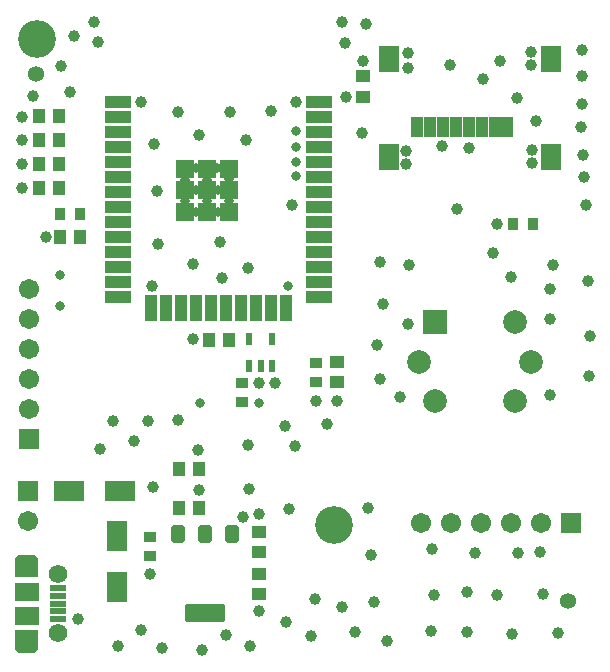
<source format=gbr>
%TF.GenerationSoftware,Altium Limited,Altium Designer,21.4.1 (30)*%
G04 Layer_Color=8388736*
%FSLAX26Y26*%
%MOIN*%
%TF.SameCoordinates,1ED331C9-AAA6-4E36-89CA-E609260C48EE*%
%TF.FilePolarity,Negative*%
%TF.FileFunction,Soldermask,Top*%
%TF.Part,Single*%
G01*
G75*
%TA.AperFunction,SMDPad,CuDef*%
%ADD19R,0.020787X0.039748*%
%TA.AperFunction,WasherPad*%
%ADD41C,0.053354*%
%TA.AperFunction,ComponentPad*%
%ADD42R,0.067055X0.067055*%
%ADD43C,0.067055*%
%ADD44C,0.078866*%
%ADD45R,0.078866X0.078866*%
%ADD46C,0.062087*%
%ADD47R,0.067055X0.067055*%
%TA.AperFunction,ViaPad*%
%ADD48C,0.039496*%
%ADD49C,0.126110*%
%ADD50C,0.031622*%
%TA.AperFunction,SMDPad,CuDef*%
G04:AMPARAMS|DCode=57|XSize=59.575mil|YSize=135.559mil|CornerRadius=7.868mil|HoleSize=0mil|Usage=FLASHONLY|Rotation=270.000|XOffset=0mil|YOffset=0mil|HoleType=Round|Shape=RoundedRectangle|*
%AMROUNDEDRECTD57*
21,1,0.059575,0.119823,0,0,270.0*
21,1,0.043839,0.135559,0,0,270.0*
1,1,0.015736,-0.059911,-0.021919*
1,1,0.015736,-0.059911,0.021919*
1,1,0.015736,0.059911,0.021919*
1,1,0.015736,0.059911,-0.021919*
%
%ADD57ROUNDEDRECTD57*%
G04:AMPARAMS|DCode=58|XSize=59.575mil|YSize=44.614mil|CornerRadius=6.746mil|HoleSize=0mil|Usage=FLASHONLY|Rotation=270.000|XOffset=0mil|YOffset=0mil|HoleType=Round|Shape=RoundedRectangle|*
%AMROUNDEDRECTD58*
21,1,0.059575,0.031122,0,0,270.0*
21,1,0.046083,0.044614,0,0,270.0*
1,1,0.013492,-0.015561,-0.023041*
1,1,0.013492,-0.015561,0.023041*
1,1,0.013492,0.015561,0.023041*
1,1,0.013492,0.015561,-0.023041*
%
%ADD58ROUNDEDRECTD58*%
%ADD59R,0.045402X0.039496*%
%ADD60R,0.086740X0.043433*%
%ADD61R,0.043433X0.086740*%
%TA.AperFunction,BGAPad,CuDef*%
%ADD62R,0.060362X0.060362*%
%TA.AperFunction,SMDPad,CuDef*%
%ADD63R,0.043433X0.037528*%
%ADD64R,0.037528X0.043433*%
%ADD65R,0.039496X0.045402*%
%TA.AperFunction,ConnectorPad*%
%ADD66R,0.079803X0.064055*%
%ADD67R,0.058150X0.020748*%
%TA.AperFunction,SMDPad,CuDef*%
%ADD68R,0.104457X0.070992*%
%ADD69R,0.070992X0.104457*%
%ADD70R,0.039496X0.067055*%
%ADD71R,0.067055X0.088709*%
G36*
X814449Y155354D02*
X814331Y154213D01*
X814095Y153071D01*
X813819Y151929D01*
X813504Y150827D01*
X813110Y149724D01*
X812677Y148661D01*
X812165Y147598D01*
X811614Y146575D01*
X811024Y145590D01*
X810354Y144646D01*
X809646Y143701D01*
X808898Y142835D01*
X808071Y142008D01*
X807244Y141181D01*
X806378Y140433D01*
X805433Y139724D01*
X804488Y139055D01*
X803504Y138464D01*
X802480Y137913D01*
X801417Y137401D01*
X800354Y136969D01*
X799252Y136575D01*
X798150Y136260D01*
X797008Y135984D01*
X795866Y135748D01*
X794724Y135630D01*
X793543Y135512D01*
X792402D01*
X756968D01*
X755827D01*
X754646Y135630D01*
X753504Y135748D01*
X752362Y135984D01*
X751220Y136260D01*
X750118Y136575D01*
X749016Y136969D01*
X747953Y137401D01*
X746890Y137913D01*
X745866Y138464D01*
X744882Y139055D01*
X743937Y139724D01*
X742992Y140433D01*
X742126Y141181D01*
X741299Y142008D01*
X740472Y142835D01*
X739724Y143701D01*
X739016Y144646D01*
X738346Y145590D01*
X737756Y146575D01*
X737205Y147598D01*
X736693Y148661D01*
X736260Y149724D01*
X735866Y150827D01*
X735551Y151929D01*
X735276Y153071D01*
X735039Y154213D01*
X734921Y155354D01*
X734803Y156535D01*
X734764Y157677D01*
X734783Y211358D01*
X734764Y211378D01*
X814567D01*
Y156535D01*
X814449Y155354D01*
D02*
G37*
G36*
X734764Y387441D02*
X734783Y387461D01*
X734764Y441142D01*
X734803Y442283D01*
X734921Y443464D01*
X735039Y444606D01*
X735276Y445748D01*
X735551Y446890D01*
X735866Y447992D01*
X736260Y449094D01*
X736693Y450157D01*
X737205Y451220D01*
X737756Y452244D01*
X738346Y453228D01*
X739016Y454173D01*
X739724Y455118D01*
X740472Y455984D01*
X741299Y456811D01*
X742126Y457638D01*
X742992Y458386D01*
X743937Y459094D01*
X744882Y459764D01*
X745866Y460354D01*
X746890Y460906D01*
X747953Y461417D01*
X749016Y461850D01*
X750118Y462244D01*
X751220Y462559D01*
X752362Y462835D01*
X753504Y463071D01*
X754646Y463189D01*
X755827Y463307D01*
X756968D01*
X792402D01*
X793543D01*
X794724Y463189D01*
X795866Y463071D01*
X797008Y462835D01*
X798150Y462559D01*
X799252Y462244D01*
X800354Y461850D01*
X801417Y461417D01*
X802480Y460906D01*
X803504Y460354D01*
X804488Y459764D01*
X805433Y459094D01*
X806378Y458386D01*
X807244Y457638D01*
X808071Y456811D01*
X808898Y455984D01*
X809646Y455118D01*
X810354Y454173D01*
X811024Y453228D01*
X811614Y452244D01*
X812165Y451220D01*
X812677Y450157D01*
X813110Y449094D01*
X813504Y447992D01*
X813819Y446890D01*
X814095Y445748D01*
X814331Y444606D01*
X814449Y443464D01*
X814567Y442283D01*
Y387441D01*
X734764D01*
D02*
G37*
D19*
X1517717Y1090551D02*
D03*
X1555118D02*
D03*
X1592520D02*
D03*
Y1180614D02*
D03*
X1517717D02*
D03*
D41*
X2580709Y307087D02*
D03*
X807087Y2066929D02*
D03*
D42*
X783465Y847244D02*
D03*
X780000Y675000D02*
D03*
D43*
X783465Y947244D02*
D03*
Y1047244D02*
D03*
Y1147244D02*
D03*
Y1247244D02*
D03*
Y1347244D02*
D03*
X780000Y575000D02*
D03*
X2488347Y568582D02*
D03*
X2388347D02*
D03*
X2288347D02*
D03*
X2188347D02*
D03*
X2088347D02*
D03*
D44*
X2401929Y1238543D02*
D03*
X2456693Y1106299D02*
D03*
X2401929Y974055D02*
D03*
X2137441D02*
D03*
X2082677Y1106299D02*
D03*
D45*
X2137441Y1238543D02*
D03*
D46*
X880984Y200984D02*
D03*
Y397835D02*
D03*
D47*
X2588347Y568582D02*
D03*
D48*
X2629389Y1795276D02*
D03*
X2627420Y1966535D02*
D03*
Y2143701D02*
D03*
X2209512Y1614561D02*
D03*
X1893168Y1870079D02*
D03*
X1836082Y2167323D02*
D03*
X890994Y2093458D02*
D03*
X795236Y1993537D02*
D03*
X1013247Y2171260D02*
D03*
X999467Y2238189D02*
D03*
X932538Y2190945D02*
D03*
X920727Y2005906D02*
D03*
X1280272Y912096D02*
D03*
X1021121Y814961D02*
D03*
X1133326Y842520D02*
D03*
X1180570Y909449D02*
D03*
X1064428Y907480D02*
D03*
X2241593Y338583D02*
D03*
X2242963Y204206D02*
D03*
X2497348Y331868D02*
D03*
X2547099Y200451D02*
D03*
X2393168Y198819D02*
D03*
X2341526Y329990D02*
D03*
X2121515Y208661D02*
D03*
X2486084Y470794D02*
D03*
X2413805Y468916D02*
D03*
X2271121Y468504D02*
D03*
X2125627Y481119D02*
D03*
X2131890Y328740D02*
D03*
X1439445Y194819D02*
D03*
X1156948Y212598D02*
D03*
X1078207Y157480D02*
D03*
X1225845Y151575D02*
D03*
X1359656Y145069D02*
D03*
X1520172Y157272D02*
D03*
X1976375Y174168D02*
D03*
X1868426Y205145D02*
D03*
X1640324Y237060D02*
D03*
X1721908Y192913D02*
D03*
X1825246Y289627D02*
D03*
X1932256Y304646D02*
D03*
X1736070Y314972D02*
D03*
X1912853Y618110D02*
D03*
X1776434Y898836D02*
D03*
X1668759Y826772D02*
D03*
X1635631Y893204D02*
D03*
X1512662Y830312D02*
D03*
X1651042Y616142D02*
D03*
X1517716Y681102D02*
D03*
X1922696Y460630D02*
D03*
X2649074Y1057087D02*
D03*
X2653011Y1192913D02*
D03*
X2647538Y1375690D02*
D03*
X2521121Y996063D02*
D03*
X2519152Y1348425D02*
D03*
X2521121Y1250000D02*
D03*
X2530202Y1428256D02*
D03*
X2328207Y1468504D02*
D03*
X2391200Y1387795D02*
D03*
X2019152Y990158D02*
D03*
X1952908Y1048087D02*
D03*
X1944349Y1161417D02*
D03*
X2044743Y1232284D02*
D03*
X1962066Y1297244D02*
D03*
X2048680Y1429134D02*
D03*
X1954192Y1437008D02*
D03*
X2471908Y1907480D02*
D03*
X2639231Y1627953D02*
D03*
X2633326Y1722441D02*
D03*
X2624071Y1889153D02*
D03*
X2627953Y2059055D02*
D03*
X2351829Y2110236D02*
D03*
X2408916Y1984252D02*
D03*
X2294743Y2047244D02*
D03*
X2186475Y2096457D02*
D03*
X1906948Y2230315D02*
D03*
X1826772Y2238189D02*
D03*
X1660885Y1629921D02*
D03*
X1426633Y1383858D02*
D03*
X1590018Y1940945D02*
D03*
X1505373Y1846457D02*
D03*
X1452223Y1938976D02*
D03*
X1351209Y1862869D02*
D03*
X1280963Y1937008D02*
D03*
X1198286Y1830709D02*
D03*
X1210097Y1675197D02*
D03*
X1513247Y1419291D02*
D03*
X1420727Y1503937D02*
D03*
X1328207Y1431102D02*
D03*
X1214034Y1498032D02*
D03*
X2248032Y1818898D02*
D03*
X1897638Y2110236D02*
D03*
X2039370Y1763780D02*
D03*
Y1807087D02*
D03*
X2460630Y1767716D02*
D03*
Y1811024D02*
D03*
X2456693Y2094488D02*
D03*
Y2137795D02*
D03*
X2047244Y2086614D02*
D03*
Y2133858D02*
D03*
X2160845Y1825113D02*
D03*
X1838583Y1988189D02*
D03*
X1196850Y688976D02*
D03*
X1346457Y811024D02*
D03*
X1350394Y677165D02*
D03*
X2342520Y1566929D02*
D03*
X1811024Y976378D02*
D03*
X1740158D02*
D03*
X838583Y1523622D02*
D03*
X1551181Y1035433D02*
D03*
X1602362D02*
D03*
X759843Y1763780D02*
D03*
Y1685039D02*
D03*
Y1846457D02*
D03*
X1157480Y1972441D02*
D03*
X1192913Y1358268D02*
D03*
X1330709Y1181102D02*
D03*
X759843Y1921260D02*
D03*
X1673228Y1972441D02*
D03*
X945000Y250000D02*
D03*
X1550000Y600000D02*
D03*
X1185000Y400000D02*
D03*
X1550000Y275000D02*
D03*
X1495000Y590000D02*
D03*
D49*
X809055Y2183071D02*
D03*
X1799213Y561024D02*
D03*
D50*
X885827Y1393701D02*
D03*
Y1291339D02*
D03*
X1354331Y968504D02*
D03*
X1551181D02*
D03*
X1673228Y1771653D02*
D03*
Y1822835D02*
D03*
X1645669Y1358268D02*
D03*
X1673918Y1723665D02*
D03*
X1673228Y1874016D02*
D03*
X1303150Y1641732D02*
D03*
X1338583Y1751968D02*
D03*
X1377953Y1641732D02*
D03*
X1413386Y1606299D02*
D03*
X1338583D02*
D03*
X1413386Y1677165D02*
D03*
X1338583D02*
D03*
X1303150Y1712598D02*
D03*
X1377953D02*
D03*
X1409449Y1751968D02*
D03*
X1448416Y1714457D02*
D03*
X1448819Y1641732D02*
D03*
D57*
X1370000Y270000D02*
D03*
D58*
X1279842Y533386D02*
D03*
X1370000D02*
D03*
X1460158D02*
D03*
D59*
X1550000Y538465D02*
D03*
Y471536D02*
D03*
Y331535D02*
D03*
Y398464D02*
D03*
X1811024Y1037401D02*
D03*
Y1104331D02*
D03*
X1897638Y1990157D02*
D03*
Y2057086D02*
D03*
D60*
X1080827Y1973110D02*
D03*
Y1923110D02*
D03*
Y1873110D02*
D03*
Y1823110D02*
D03*
Y1773110D02*
D03*
Y1723110D02*
D03*
Y1673110D02*
D03*
Y1623110D02*
D03*
Y1573110D02*
D03*
Y1523110D02*
D03*
Y1473110D02*
D03*
Y1423110D02*
D03*
Y1373110D02*
D03*
Y1323110D02*
D03*
X1750118D02*
D03*
Y1373110D02*
D03*
Y1423110D02*
D03*
Y1473110D02*
D03*
Y1523110D02*
D03*
Y1573110D02*
D03*
Y1623110D02*
D03*
Y1673110D02*
D03*
Y1723110D02*
D03*
Y1773110D02*
D03*
Y1823110D02*
D03*
Y1873110D02*
D03*
Y1923110D02*
D03*
Y1973110D02*
D03*
D61*
X1190473Y1283740D02*
D03*
X1240473D02*
D03*
X1290473D02*
D03*
X1340473D02*
D03*
X1390473D02*
D03*
X1440473D02*
D03*
X1490473D02*
D03*
X1540473D02*
D03*
X1590473D02*
D03*
X1640473D02*
D03*
D62*
X1303858Y1750079D02*
D03*
X1376102D02*
D03*
X1448347D02*
D03*
X1303858Y1677835D02*
D03*
X1376102D02*
D03*
X1448347D02*
D03*
X1303858Y1605591D02*
D03*
X1376102D02*
D03*
X1448347D02*
D03*
D63*
X1740158Y1038386D02*
D03*
Y1103346D02*
D03*
X1492126Y1036417D02*
D03*
Y971457D02*
D03*
X1185000Y457520D02*
D03*
Y522480D02*
D03*
D64*
X2396654Y1566929D02*
D03*
X2461614D02*
D03*
X952756Y1598425D02*
D03*
X887795D02*
D03*
D65*
X815630Y1925079D02*
D03*
X882559D02*
D03*
X815630Y1765079D02*
D03*
X882559D02*
D03*
X815630Y1845079D02*
D03*
X882559D02*
D03*
X815630Y1685079D02*
D03*
X882559D02*
D03*
X886811Y1523425D02*
D03*
X953740D02*
D03*
X1450788Y1177165D02*
D03*
X1383859D02*
D03*
X1348465Y620000D02*
D03*
X1281535D02*
D03*
X1348465Y750000D02*
D03*
X1281535D02*
D03*
D66*
X774685Y260039D02*
D03*
Y338779D02*
D03*
D67*
X880000Y248228D02*
D03*
Y273819D02*
D03*
Y299409D02*
D03*
Y325000D02*
D03*
Y350591D02*
D03*
D68*
X915354Y675000D02*
D03*
X1084646D02*
D03*
D69*
X1075000Y355354D02*
D03*
Y524646D02*
D03*
D70*
X2377953Y1889764D02*
D03*
X2334646D02*
D03*
X2291339D02*
D03*
X2248032D02*
D03*
X2204724D02*
D03*
X2161417D02*
D03*
X2118110D02*
D03*
X2074803D02*
D03*
D71*
X2522638Y1787401D02*
D03*
Y2114173D02*
D03*
X1981299D02*
D03*
Y1787401D02*
D03*
%TF.MD5,bb8e96e4720ccd358f375353acbbcfaf*%
M02*

</source>
